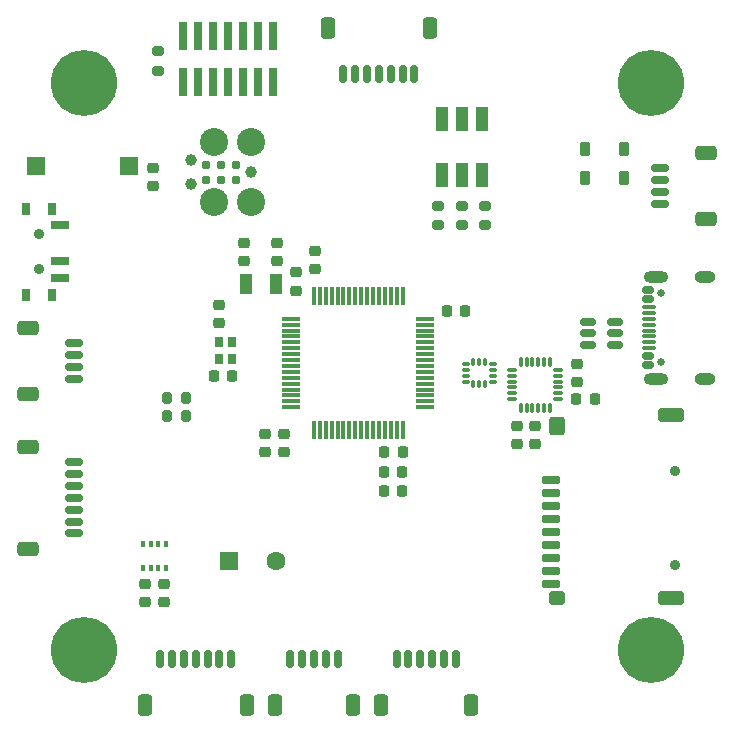
<source format=gts>
G04 #@! TF.GenerationSoftware,KiCad,Pcbnew,8.0.4*
G04 #@! TF.CreationDate,2024-08-30T21:15:12+02:00*
G04 #@! TF.ProjectId,STARGLIDER_MainBoard_rev1,53544152-474c-4494-9445-525f4d61696e,rev?*
G04 #@! TF.SameCoordinates,Original*
G04 #@! TF.FileFunction,Soldermask,Top*
G04 #@! TF.FilePolarity,Negative*
%FSLAX46Y46*%
G04 Gerber Fmt 4.6, Leading zero omitted, Abs format (unit mm)*
G04 Created by KiCad (PCBNEW 8.0.4) date 2024-08-30 21:15:12*
%MOMM*%
%LPD*%
G01*
G04 APERTURE LIST*
G04 Aperture macros list*
%AMRoundRect*
0 Rectangle with rounded corners*
0 $1 Rounding radius*
0 $2 $3 $4 $5 $6 $7 $8 $9 X,Y pos of 4 corners*
0 Add a 4 corners polygon primitive as box body*
4,1,4,$2,$3,$4,$5,$6,$7,$8,$9,$2,$3,0*
0 Add four circle primitives for the rounded corners*
1,1,$1+$1,$2,$3*
1,1,$1+$1,$4,$5*
1,1,$1+$1,$6,$7*
1,1,$1+$1,$8,$9*
0 Add four rect primitives between the rounded corners*
20,1,$1+$1,$2,$3,$4,$5,0*
20,1,$1+$1,$4,$5,$6,$7,0*
20,1,$1+$1,$6,$7,$8,$9,0*
20,1,$1+$1,$8,$9,$2,$3,0*%
G04 Aperture macros list end*
%ADD10RoundRect,0.225000X0.250000X-0.225000X0.250000X0.225000X-0.250000X0.225000X-0.250000X-0.225000X0*%
%ADD11RoundRect,0.225000X-0.250000X0.225000X-0.250000X-0.225000X0.250000X-0.225000X0.250000X0.225000X0*%
%ADD12RoundRect,0.087500X-0.225000X-0.087500X0.225000X-0.087500X0.225000X0.087500X-0.225000X0.087500X0*%
%ADD13RoundRect,0.087500X-0.087500X-0.225000X0.087500X-0.225000X0.087500X0.225000X-0.087500X0.225000X0*%
%ADD14RoundRect,0.150000X-0.150000X-0.625000X0.150000X-0.625000X0.150000X0.625000X-0.150000X0.625000X0*%
%ADD15RoundRect,0.250000X-0.350000X-0.650000X0.350000X-0.650000X0.350000X0.650000X-0.350000X0.650000X0*%
%ADD16RoundRect,0.150000X0.512500X0.150000X-0.512500X0.150000X-0.512500X-0.150000X0.512500X-0.150000X0*%
%ADD17RoundRect,0.225000X-0.225000X-0.375000X0.225000X-0.375000X0.225000X0.375000X-0.225000X0.375000X0*%
%ADD18R,0.800000X0.900000*%
%ADD19C,5.600000*%
%ADD20RoundRect,0.225000X-0.225000X-0.250000X0.225000X-0.250000X0.225000X0.250000X-0.225000X0.250000X0*%
%ADD21R,1.600000X1.600000*%
%ADD22C,1.600000*%
%ADD23R,0.800000X1.000000*%
%ADD24C,0.900000*%
%ADD25R,1.500000X0.700000*%
%ADD26R,0.350000X0.500000*%
%ADD27C,2.374900*%
%ADD28C,0.990600*%
%ADD29C,0.787400*%
%ADD30R,1.100000X2.000000*%
%ADD31RoundRect,0.150000X-0.625000X0.150000X-0.625000X-0.150000X0.625000X-0.150000X0.625000X0.150000X0*%
%ADD32RoundRect,0.250000X-0.650000X0.350000X-0.650000X-0.350000X0.650000X-0.350000X0.650000X0.350000X0*%
%ADD33RoundRect,0.200000X-0.275000X0.200000X-0.275000X-0.200000X0.275000X-0.200000X0.275000X0.200000X0*%
%ADD34RoundRect,0.200000X-0.200000X-0.275000X0.200000X-0.275000X0.200000X0.275000X-0.200000X0.275000X0*%
%ADD35R,1.000000X1.800000*%
%ADD36R,0.740000X2.400000*%
%ADD37C,0.650000*%
%ADD38RoundRect,0.150000X0.326500X-0.150000X0.326500X0.150000X-0.326500X0.150000X-0.326500X-0.150000X0*%
%ADD39RoundRect,0.075000X0.500000X-0.075000X0.500000X0.075000X-0.500000X0.075000X-0.500000X-0.075000X0*%
%ADD40O,2.100000X1.000000*%
%ADD41O,1.800000X1.000000*%
%ADD42RoundRect,0.218750X-0.218750X-0.256250X0.218750X-0.256250X0.218750X0.256250X-0.218750X0.256250X0*%
%ADD43R,1.500000X1.500000*%
%ADD44RoundRect,0.175000X-0.625000X0.175000X-0.625000X-0.175000X0.625000X-0.175000X0.625000X0.175000X0*%
%ADD45RoundRect,0.300000X-0.800000X0.300000X-0.800000X-0.300000X0.800000X-0.300000X0.800000X0.300000X0*%
%ADD46RoundRect,0.350000X-0.350000X0.450000X-0.350000X-0.450000X0.350000X-0.450000X0.350000X0.450000X0*%
%ADD47RoundRect,0.300000X-0.400000X0.300000X-0.400000X-0.300000X0.400000X-0.300000X0.400000X0.300000X0*%
%ADD48RoundRect,0.075000X-0.700000X-0.075000X0.700000X-0.075000X0.700000X0.075000X-0.700000X0.075000X0*%
%ADD49RoundRect,0.075000X-0.075000X-0.700000X0.075000X-0.700000X0.075000X0.700000X-0.075000X0.700000X0*%
%ADD50RoundRect,0.075000X-0.350000X-0.075000X0.350000X-0.075000X0.350000X0.075000X-0.350000X0.075000X0*%
%ADD51RoundRect,0.075000X0.075000X-0.350000X0.075000X0.350000X-0.075000X0.350000X-0.075000X-0.350000X0*%
%ADD52RoundRect,0.200000X0.275000X-0.200000X0.275000X0.200000X-0.275000X0.200000X-0.275000X-0.200000X0*%
%ADD53RoundRect,0.150000X0.150000X0.625000X-0.150000X0.625000X-0.150000X-0.625000X0.150000X-0.625000X0*%
%ADD54RoundRect,0.250000X0.350000X0.650000X-0.350000X0.650000X-0.350000X-0.650000X0.350000X-0.650000X0*%
%ADD55RoundRect,0.150000X0.625000X-0.150000X0.625000X0.150000X-0.625000X0.150000X-0.625000X-0.150000X0*%
%ADD56RoundRect,0.250000X0.650000X-0.350000X0.650000X0.350000X-0.650000X0.350000X-0.650000X-0.350000X0*%
G04 APERTURE END LIST*
D10*
X101000000Y-100550000D03*
X101000000Y-99000000D03*
D11*
X94500000Y-101725000D03*
X94500000Y-103275000D03*
D10*
X88900000Y-91675000D03*
X88900000Y-90125000D03*
D12*
X115337500Y-106750000D03*
X115337500Y-107250000D03*
X115337500Y-107750000D03*
X115337500Y-108250000D03*
D13*
X116000000Y-108412500D03*
X116500000Y-108412500D03*
X117000000Y-108412500D03*
D12*
X117662500Y-108250000D03*
X117662500Y-107750000D03*
X117662500Y-107250000D03*
X117662500Y-106750000D03*
D13*
X117000000Y-106587500D03*
X116500000Y-106587500D03*
X116000000Y-106587500D03*
D14*
X100500000Y-131750000D03*
X101500000Y-131750000D03*
X102500000Y-131750000D03*
X103500000Y-131750000D03*
X104500000Y-131750000D03*
D15*
X99200000Y-135625000D03*
X105800000Y-135625000D03*
D16*
X128000000Y-105125000D03*
X128000000Y-104175000D03*
X128000000Y-103225000D03*
X125725000Y-103225000D03*
X125725000Y-104175000D03*
X125725000Y-105125000D03*
D17*
X125450000Y-88600000D03*
X128750000Y-88600000D03*
D18*
X95600000Y-106300000D03*
X95600000Y-104900000D03*
X94500000Y-104900000D03*
X94500000Y-106300000D03*
D10*
X124750000Y-108275000D03*
X124750000Y-106725000D03*
D19*
X131000000Y-83000000D03*
D10*
X119675000Y-113550000D03*
X119675000Y-112000000D03*
D20*
X94050000Y-107800000D03*
X95600000Y-107800000D03*
D21*
X95300000Y-123400000D03*
D22*
X99300000Y-123400000D03*
D23*
X80350000Y-93600000D03*
X78140000Y-93600000D03*
D24*
X79240000Y-95750000D03*
X79240000Y-98750000D03*
D23*
X80350000Y-100900000D03*
X78140000Y-100900000D03*
D25*
X81000000Y-95000000D03*
X81000000Y-98000000D03*
X81000000Y-99500000D03*
D11*
X96600000Y-96525000D03*
X96600000Y-98075000D03*
D26*
X88025000Y-121975000D03*
X88675000Y-121975000D03*
X89325000Y-121975000D03*
X89975000Y-121975000D03*
X89975000Y-124025000D03*
X89325000Y-124025000D03*
X88675000Y-124025000D03*
X88025000Y-124025000D03*
D27*
X97175000Y-93080000D03*
D28*
X97175000Y-90540000D03*
D27*
X97175000Y-88000000D03*
X94000000Y-93080000D03*
X94000000Y-88000000D03*
D28*
X92095000Y-91556000D03*
X92095000Y-89524000D03*
D29*
X95905000Y-89905000D03*
X95905000Y-91175000D03*
X94635000Y-89905000D03*
X94635000Y-91175000D03*
X93365000Y-89905000D03*
X93365000Y-91175000D03*
D30*
X113344000Y-86000000D03*
X115044000Y-86000000D03*
X116744000Y-86000000D03*
X116744000Y-90800000D03*
X115044000Y-90800000D03*
X113344000Y-90800000D03*
D31*
X82200000Y-105000000D03*
X82200000Y-106000000D03*
X82200000Y-107000000D03*
X82200000Y-108000000D03*
D32*
X78325000Y-103700000D03*
X78325000Y-109300000D03*
D14*
X89500000Y-131750000D03*
X90500000Y-131750000D03*
X91500000Y-131750000D03*
X92500000Y-131750000D03*
X93500000Y-131750000D03*
X94500000Y-131750000D03*
X95500000Y-131750000D03*
D15*
X88200000Y-135625000D03*
X96800000Y-135625000D03*
D33*
X115000000Y-93350000D03*
X115000000Y-95000000D03*
D34*
X90050000Y-111200000D03*
X91700000Y-111200000D03*
D35*
X96750000Y-100000000D03*
X99250000Y-100000000D03*
D10*
X102600000Y-98750000D03*
X102600000Y-97200000D03*
D36*
X99000000Y-79000000D03*
X99000000Y-82900000D03*
X97730000Y-79000000D03*
X97730000Y-82900000D03*
X96460000Y-79000000D03*
X96460000Y-82900000D03*
X95190000Y-79000000D03*
X95190000Y-82900000D03*
X93920000Y-79000000D03*
X93920000Y-82900000D03*
X92650000Y-79000000D03*
X92650000Y-82900000D03*
X91380000Y-79000000D03*
X91380000Y-82900000D03*
D11*
X98350000Y-112675000D03*
X98350000Y-114225000D03*
X99950000Y-112675000D03*
X99950000Y-114225000D03*
D37*
X131925000Y-106565000D03*
X131925000Y-100785000D03*
D38*
X130751500Y-106875000D03*
X130751500Y-106075000D03*
D39*
X130850000Y-104925000D03*
X130850000Y-103925000D03*
X130850000Y-103425000D03*
X130850000Y-102425000D03*
D38*
X130751500Y-101275000D03*
X130751500Y-100475000D03*
X130751500Y-100475000D03*
X130751500Y-101275000D03*
D39*
X130850000Y-101925000D03*
X130850000Y-102925000D03*
X130850000Y-104425000D03*
X130850000Y-105425000D03*
D38*
X130751500Y-106075000D03*
X130751500Y-106875000D03*
D40*
X131425000Y-107995000D03*
D41*
X135605000Y-107995000D03*
D40*
X131425000Y-99355000D03*
D41*
X135605000Y-99355000D03*
D20*
X113725000Y-102250000D03*
X115275000Y-102250000D03*
D42*
X108425000Y-114250000D03*
X110000000Y-114250000D03*
D11*
X99400000Y-96525000D03*
X99400000Y-98075000D03*
D31*
X82175000Y-115100000D03*
X82175000Y-116100000D03*
X82175000Y-117100000D03*
X82175000Y-118100000D03*
X82175000Y-119100000D03*
X82175000Y-120100000D03*
X82175000Y-121100000D03*
D32*
X78300000Y-113800000D03*
X78300000Y-122400000D03*
D17*
X125450000Y-90990000D03*
X128750000Y-90990000D03*
D43*
X79000000Y-90000000D03*
X86800000Y-90000000D03*
D19*
X83000000Y-131000000D03*
D14*
X109500000Y-131750000D03*
X110500000Y-131750000D03*
X111500000Y-131750000D03*
X112500000Y-131750000D03*
X113500000Y-131750000D03*
X114500000Y-131750000D03*
D15*
X108200000Y-135625000D03*
X115800000Y-135625000D03*
D11*
X88200000Y-125400000D03*
X88200000Y-126950000D03*
D19*
X131000000Y-131000000D03*
D34*
X90050000Y-109600000D03*
X91700000Y-109600000D03*
D20*
X108425000Y-115900000D03*
X109975000Y-115900000D03*
D19*
X82999999Y-82999999D03*
D24*
X133100000Y-115800000D03*
X133100000Y-123800000D03*
D44*
X122600000Y-116600000D03*
X122600000Y-117700000D03*
X122600000Y-118800000D03*
X122600000Y-119900000D03*
X122600000Y-121000000D03*
X122600000Y-122100000D03*
X122600000Y-123200000D03*
X122600000Y-124300000D03*
X122600000Y-125400000D03*
D45*
X132700000Y-111100000D03*
D46*
X123100000Y-112000000D03*
D45*
X132700000Y-126600000D03*
D47*
X123100000Y-126600000D03*
D33*
X113000000Y-93350000D03*
X113000000Y-95000000D03*
D20*
X108425000Y-117500000D03*
X109975000Y-117500000D03*
D11*
X121250000Y-112000000D03*
X121250000Y-113550000D03*
D33*
X117000000Y-93350000D03*
X117000000Y-95000000D03*
D20*
X124725000Y-109750000D03*
X126275000Y-109750000D03*
D48*
X100575000Y-102925000D03*
X100575000Y-103425000D03*
X100575000Y-103925000D03*
X100575000Y-104425000D03*
X100575000Y-104925000D03*
X100575000Y-105425000D03*
X100575000Y-105925000D03*
X100575000Y-106425000D03*
X100575000Y-106925000D03*
X100575000Y-107425000D03*
X100575000Y-107925000D03*
X100575000Y-108425000D03*
X100575000Y-108925000D03*
X100575000Y-109425000D03*
X100575000Y-109925000D03*
X100575000Y-110425000D03*
D49*
X102500000Y-112350000D03*
X103000000Y-112350000D03*
X103500000Y-112350000D03*
X104000000Y-112350000D03*
X104500000Y-112350000D03*
X105000000Y-112350000D03*
X105500000Y-112350000D03*
X106000000Y-112350000D03*
X106500000Y-112350000D03*
X107000000Y-112350000D03*
X107500000Y-112350000D03*
X108000000Y-112350000D03*
X108500000Y-112350000D03*
X109000000Y-112350000D03*
X109500000Y-112350000D03*
X110000000Y-112350000D03*
D48*
X111925000Y-110425000D03*
X111925000Y-109925000D03*
X111925000Y-109425000D03*
X111925000Y-108925000D03*
X111925000Y-108425000D03*
X111925000Y-107925000D03*
X111925000Y-107425000D03*
X111925000Y-106925000D03*
X111925000Y-106425000D03*
X111925000Y-105925000D03*
X111925000Y-105425000D03*
X111925000Y-104925000D03*
X111925000Y-104425000D03*
X111925000Y-103925000D03*
X111925000Y-103425000D03*
X111925000Y-102925000D03*
D49*
X110000000Y-101000000D03*
X109500000Y-101000000D03*
X109000000Y-101000000D03*
X108500000Y-101000000D03*
X108000000Y-101000000D03*
X107500000Y-101000000D03*
X107000000Y-101000000D03*
X106500000Y-101000000D03*
X106000000Y-101000000D03*
X105500000Y-101000000D03*
X105000000Y-101000000D03*
X104500000Y-101000000D03*
X104000000Y-101000000D03*
X103500000Y-101000000D03*
X103000000Y-101000000D03*
X102500000Y-101000000D03*
D50*
X119300000Y-107250000D03*
X119300000Y-107750000D03*
X119300000Y-108250000D03*
X119300000Y-108750000D03*
X119300000Y-109250000D03*
X119300000Y-109750000D03*
D51*
X120000000Y-110450000D03*
X120500000Y-110450000D03*
X121000000Y-110450000D03*
X121500000Y-110450000D03*
X122000000Y-110450000D03*
X122500000Y-110450000D03*
D50*
X123200000Y-109750000D03*
X123200000Y-109250000D03*
X123200000Y-108750000D03*
X123200000Y-108250000D03*
X123200000Y-107750000D03*
X123200000Y-107250000D03*
D51*
X122500000Y-106550000D03*
X122000000Y-106550000D03*
X121500000Y-106550000D03*
X121000000Y-106550000D03*
X120500000Y-106550000D03*
X120000000Y-106550000D03*
D52*
X89300000Y-81925000D03*
X89300000Y-80275000D03*
D53*
X111000000Y-82200000D03*
X110000000Y-82200000D03*
X109000000Y-82200000D03*
X108000000Y-82200000D03*
X107000000Y-82200000D03*
X106000000Y-82200000D03*
X105000000Y-82200000D03*
D54*
X112300000Y-78325000D03*
X103700000Y-78325000D03*
D55*
X131800000Y-93200000D03*
X131800000Y-92200000D03*
X131800000Y-91200000D03*
X131800000Y-90200000D03*
D56*
X135675000Y-94500000D03*
X135675000Y-88900000D03*
D10*
X89800000Y-126950000D03*
X89800000Y-125400000D03*
M02*

</source>
